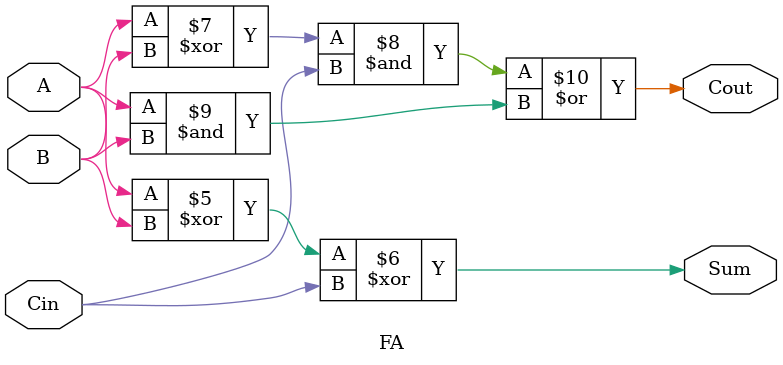
<source format=v>
module Wallace (A, B, Mul);

parameter N = 16;
input [N-1:0] A, B;
output [2*N-1:0] Mul;

reg  S1[31:0][N-1:0];
wire S2[31:0][N-1:0];
wire S3[31:0][N-1:0];
wire S4[31:0][N-1:0];
wire S5[31:0][N-1:0];
wire S6[31:0][N-1:0];
wire S7[31:0][N-1:0];
reg  S8[31:0][N-1:0];

integer i,j,k,m;

always @(*)		// Initialize the partial products 
begin
	for(i=0; i<N; i=i+1)
	begin
		
		for(j=0; j<N; j=j+1)
		begin
			S1[i][j] = A[i] & B[j];
		end
	end
end


// Stage 1				

assign S2[0][0] = S1[0][0];

HA H1(S1[1][0], S1[0][1], S2[1][0], S2[2][0]);

FA f1 (S1[0][2], S1[1][1], S1[2][0], S2[2][1], S2[3][0]);

FA f2 (S1[0][3], S1[1][2], S1[2][1], S2[3][1], S2[4][0]);
assign S2[3][2] = S1[3][0];

FA f3 (S1[0][4], S1[1][3], S1[2][2], S2[4][1], S2[5][0]);
assign S2[4][2] = S1[3][1];
assign S2[4][3] = S1[4][0];

FA f4 (S1[0][5], S1[1][4], S1[2][3], S2[5][1], S2[6][0]);
FA f5 (S1[3][2], S1[4][1], S1[5][0], S2[5][2], S2[6][1]);

FA f6 (S1[0][6], S1[1][5], S1[2][4], S2[6][2], S2[7][0]);
FA f7 (S1[3][3], S1[4][2], S1[5][1], S2[6][3], S2[7][1]);
assign S2[6][4] = S1[6][0];

FA f8 (S1[0][7], S1[1][6], S1[2][5], S2[7][2], S2[8][0]);
FA f9 (S1[3][4], S1[4][3], S1[5][2], S2[7][3], S2[8][1]);
assign S2[7][4] = S1[6][1];
assign S2[7][5] = S1[7][0];

FA f10 (S1[0][8], S1[1][7], S1[2][6], S2[8][2], S2[9][0]);
FA f11 (S1[3][5], S1[4][4], S1[5][3], S2[8][3], S2[9][1]);
FA f12 (S1[6][2], S1[7][1], S1[8][0], S2[8][4], S2[9][2]);

FA f13 (S1[0][9], S1[1][8], S1[2][7], S2[9][3], S2[10][0]);
FA f14 (S1[3][6], S1[4][5], S1[5][4], S2[9][4], S2[10][1]);
FA f15 (S1[6][3], S1[7][2], S1[8][1], S2[9][5], S2[10][2]);
assign S2[9][6] = S1[9][0];

FA f16 (S1[0][10], S1[1][9], S1[2][8], S2[10][3], S2[11][0]);
FA f17 (S1[3][7] , S1[4][6], S1[5][5], S2[10][4], S2[11][1]);
FA f18 (S1[6][4] , S1[7][3], S1[8][2], S2[10][5], S2[11][2]);
assign S2[10][6] = S1[9][1];
assign S2[10][7] = S1[10][0];

FA f19 (S1[0][11], S1[1][10], S1[2][9] , S2[11][3], S2[12][0]);
FA f20 (S1[3][8] , S1[4][7] , S1[5][6] , S2[11][4], S2[12][1]);
FA f21 (S1[6][5] , S1[7][4] , S1[8][3] , S2[11][5], S2[12][2]);
FA f22 (S1[9][2] , S1[10][1], S1[11][0], S2[11][6], S2[12][3]);

FA f23 (S1[0][12], S1[1][11], S1[2][10], S2[12][4], S2[13][0]);
FA f24 (S1[3][9] , S1[4][8] , S1[5][7] , S2[12][5], S2[13][1]);
FA f25 (S1[6][6] , S1[7][5] , S1[8][4] , S2[12][6], S2[13][2]);
FA f26 (S1[9][3] , S1[10][2], S1[11][1], S2[12][7], S2[13][3]);
assign S2[12][8] = S1[12][0];

FA f27 (S1[0][13], S1[1][12], S1[2][11], S2[13][4], S2[14][0]);
FA f28 (S1[3][10], S1[4][9] , S1[5][8] , S2[13][5], S2[14][1]);
FA f29 (S1[6][7] , S1[7][6] , S1[8][5] , S2[13][6], S2[14][2]);
FA f30 (S1[9][4] , S1[10][3], S1[11][2], S2[13][7], S2[14][3]);
assign S2[13][8] = S1[12][1];
assign S2[13][9] = S1[13][0];

FA f31 (S1[0][14], S1[1][13], S1[2][12], S2[14][4], S2[15][0]);
FA f32 (S1[3][11], S1[4][10], S1[5][9] , S2[14][5], S2[15][1]);
FA f33(S1[6][8] , S1[7][7] , S1[8][6] , S2[14][6], S2[15][2]);
FA f34 (S1[9][5] , S1[10][4], S1[11][3], S2[14][7], S2[15][3]);
FA f35 (S1[12][2], S1[13][1], S1[14][0], S2[14][8], S2[15][4]);

FA f36 (S1[0][15], S1[1][14], S1[2][13], S2[15][5], S2[16][0]);
FA f37 (S1[3][12], S1[4][11], S1[5][10], S2[15][6], S2[16][1]);
FA f38 (S1[6][9] , S1[7][8] , S1[8][7] , S2[15][7], S2[16][2]);
FA f39 (S1[9][6] , S1[10][5], S1[11][4], S2[15][8], S2[16][3]);
FA f40 (S1[12][3], S1[13][2], S1[14][1], S2[15][9], S2[16][4]);
assign S2[15][10] = S1[15][0];

FA f41 (S1[15][1], S1[14][2], S1[13][3], S2[16][5], S2[17][0]);
FA f42 (S1[12][4], S1[11][5], S1[10][6], S2[16][6], S2[17][1]);
FA f43 (S1[9][7] , S1[8][8] , S1[7][9] , S2[16][7], S2[17][2]);
FA f44 (S1[6][10], S1[5][11], S1[4][12], S2[16][8], S2[17][3]);
FA f45 (S1[3][13], S1[2][14], S1[1][15], S2[16][9], S2[17][4]);

FA f46 (S1[15][2], S1[14][3], S1[13][4], S2[17][5], S2[18][0]);
FA f47 (S1[12][5], S1[11][6], S1[10][7], S2[17][6], S2[18][1]);
FA f48 (S1[9][8] , S1[8][9] , S1[7][10], S2[17][7], S2[18][2]);
FA f49 (S1[6][11], S1[5][12], S1[4][13], S2[17][8], S2[18][3]);
assign S2[17][9]  = S1[3][14];
assign S2[17][10] = S1[2][15];

FA f50 (S1[15][3], S1[14][4], S1[13][5], S2[18][4], S2[19][0]);
FA f51 (S1[12][6], S1[11][7], S1[10][8], S2[18][5], S2[19][1]);
FA f52 (S1[9][9] , S1[8][10], S1[7][11], S2[18][6], S2[19][2]);
FA f53 (S1[6][12], S1[5][13], S1[4][14], S2[18][7], S2[19][3]);
assign S2[18][8] = S1[3][15];

FA f54 (S1[15][4], S1[14][5], S1[13][6], S2[19][4], S2[20][0]);
FA f55(S1[12][7], S1[11][8], S1[10][9], S2[19][5], S2[20][1]);
FA f56 (S1[9][10], S1[8][11], S1[7][12], S2[19][6], S2[20][2]);
FA f57 (S1[6][13], S1[5][14], S1[4][15], S2[19][7], S2[20][3]);

FA f58 (S1[15][5], S1[14][6], S1[13][7] , S2[20][4], S2[21][0]);
FA f59 (S1[12][8], S1[11][9], S1[10][10], S2[20][5], S2[21][1]);
FA f60 (S1[9][11], S1[8][12], S1[7][13] , S2[20][6], S2[21][2]);
assign S2[20][7] = S1[6][14];
assign S2[20][8] = S1[5][15];

FA f61 (S1[15][6], S1[14][7] , S1[13][8] , S2[21][3], S2[22][0]);
FA f62 (S1[12][9], S1[11][10], S1[10][11], S2[21][4], S2[22][1]);
FA f63 (S1[9][12], S1[8][13] , S1[7][14] , S2[21][5], S2[22][2]);
assign S2[21][6] = S1[6][15];

FA f64 (S1[15][7] , S1[14][8] , S1[13][9] , S2[22][3], S2[23][0]);
FA f65 (S1[12][10], S1[11][11], S1[10][12], S2[22][4], S2[23][1]);
FA f66 (S1[9][13] , S1[8][14] , S1[7][15] , S2[22][5], S2[23][2]);

FA f67 (S1[15][8] , S1[14][9] , S1[13][10], S2[23][3], S2[24][0]);
FA f68 (S1[12][11], S1[11][12], S1[10][13], S2[23][4], S2[24][1]);
assign S2[23][5] = S1[9][14];
assign S2[23][6] = S1[8][15];

FA f69 (S1[15][9] , S1[14][10], S1[13][11], S2[24][2], S2[25][0]);
FA f70 (S1[12][12], S1[11][13], S1[10][14], S2[24][3], S2[25][1]);
assign S2[24][4] = S1[9][15];

FA f71 (S1[15][10], S1[14][11], S1[13][12], S2[25][2], S2[26][0]);
FA f72 (S1[12][13], S1[11][14], S1[10][15], S2[25][3], S2[26][1]);

FA f73 (S1[15][11], S1[14][12], S1[13][13], S2[26][2], S2[27][0]);
assign S2[26][3] = S1[12][14];
assign S2[26][4] = S1[11][15];

FA f74 (S1[15][12], S1[14][13], S1[13][14], S2[27][1], S2[28][0]);
assign S2[27][2] = S1[12][15];

FA f75 (S1[15][13], S1[14][14], S1[13][15], S2[28][1], S2[29][0]);

assign S2[29][1] = S1[15][14];
assign S2[29][2] = S1[14][15];

assign S2[30][0] = S1[15][15];




// Stage 2				

assign S3[0][0] = S2[0][0];

assign S3[1][0] = S2[1][0];

HA H2 (S2[2][0], S2[2][1], S3[2][0], S3[3][0]);

FA f101 (S2[3][0], S2[3][1], S2[3][2], S3[3][1], S3[4][0]);

FA f102 (S2[4][0], S2[4][1], S2[4][2], S3[4][1], S3[5][0]);
assign S3[4][2] = S2[4][3];

FA f103(S2[5][0], S2[5][1], S2[5][2], S3[5][1], S3[6][0]);

FA f104 (S2[6][0], S2[6][1], S2[6][2], S3[6][1], S3[7][0]);
assign S3[6][2] = S2[6][3];
assign S3[6][3] = S2[6][4];

FA f105 (S2[7][0], S2[7][1], S2[7][2], S3[7][1], S3[8][0]);
FA f106 (S2[7][3], S2[7][4], S2[7][5], S3[7][2], S3[8][1]);

FA f107 (S2[8][0], S2[8][1], S2[8][2], S3[8][2], S3[9][0]);
assign S3[8][3] = S2[8][3];
assign S3[8][4] = S2[8][4];

FA f108 (S2[9][0], S2[9][1], S2[9][2], S3[9][1], S3[10][0]);
FA f109 (S2[9][3], S2[9][4], S2[9][5], S3[9][2], S3[10][1]);
assign S3[9][3] = S2[9][6]; 

FA f110 (S2[10][0], S2[10][1], S2[10][2], S3[10][2], S3[11][0]);
FA f111 (S2[10][3], S2[10][4], S2[10][5], S3[10][3], S3[11][1]);
assign S3[10][4] = S2[10][6];
assign S3[10][5] = S2[10][7];

FA f112 (S2[11][0], S2[11][1], S2[11][2], S3[11][2], S3[12][0]);
FA f113(S2[11][3], S2[11][4], S2[11][5], S3[11][3], S3[12][1]);
assign S3[11][4] = S2[11][6];

FA f114 (S2[12][0], S2[12][1], S2[12][2], S3[12][2], S3[13][0]);
FA f115 (S2[12][3], S2[12][4], S2[12][5], S3[12][3], S3[13][1]);
FA f116 (S2[12][6], S2[12][7], S2[12][8], S3[12][4], S3[13][2]);

FA f117 (S2[13][0], S2[13][1], S2[13][2], S3[13][3], S3[14][0]);
FA f118 (S2[13][3], S2[13][4], S2[13][5], S3[13][4], S3[14][1]);
FA f119 (S2[13][6], S2[13][7], S2[13][8], S3[13][5], S3[14][2]);
assign S3[13][6] = S2[13][9];

FA f120 (S2[14][0], S2[14][1], S2[14][2], S3[14][3], S3[15][0]);
FA f121 (S2[14][3], S2[14][4], S2[14][5], S3[14][4], S3[15][1]);
FA f122 (S2[14][6], S2[14][7], S2[14][8], S3[14][5], S3[15][2]);

FA f123 (S2[15][0], S2[15][1], S2[15][2], S3[15][3], S3[16][0]);
FA f124 (S2[15][3], S2[15][4], S2[15][5], S3[15][4], S3[16][1]);
FA f125 (S2[15][6], S2[15][7], S2[15][8], S3[15][5], S3[16][2]);
assign S3[15][6] = S2[15][9] ;
assign S3[15][7] = S2[15][10];

FA f126 (S2[16][0], S2[16][1], S2[16][2], S3[16][3], S3[17][0]);
FA f127 (S2[16][3], S2[16][4], S2[16][5], S3[16][4], S3[17][1]);
FA f128 (S2[16][6], S2[16][7], S2[16][8], S3[16][5], S3[17][2]);
assign S3[16][6] = S2[16][9] ;

FA f129 (S2[17][0], S2[17][1], S2[17][2], S3[17][3], S3[18][0]);
FA f130 (S2[17][3], S2[17][4], S2[17][5], S3[17][4], S3[18][1]);
FA f131 (S2[17][6], S2[17][7], S2[17][8], S3[17][5], S3[18][2]);
assign S3[17][6] = S2[17][9] ;
assign S3[17][7] = S2[17][10];

FA f132 (S2[18][0], S2[18][1], S2[18][2], S3[18][3], S3[19][0]);
FA f133 (S2[18][3], S2[18][4], S2[18][5], S3[18][4], S3[19][1]);
FA f134 (S2[18][6], S2[18][7], S2[18][8], S3[18][5], S3[19][2]);

FA f135 (S2[19][0], S2[19][1], S2[19][2], S3[19][3], S3[20][0]);
FA f136 (S2[19][3], S2[19][4], S2[19][5], S3[19][4], S3[20][1]);
assign S3[19][5] = S2[19][6];
assign S3[19][6] = S2[19][7];

FA f137 (S2[20][0], S2[20][1], S2[20][2], S3[20][2], S3[21][0]);
FA f138 (S2[20][3], S2[20][4], S2[20][5], S3[20][3], S3[21][1]);
FA f139 (S2[20][6], S2[20][7], S2[20][8], S3[20][4], S3[21][2]);

FA f140 (S2[21][0], S2[21][1], S2[21][2], S3[21][3], S3[22][0]);
FA f141 (S2[21][3], S2[21][4], S2[21][5], S3[21][4], S3[22][1]);
assign S3[21][5] = S2[21][6];

FA f142 (S2[22][0], S2[22][1], S2[22][2], S3[22][2], S3[23][0]);
FA f143 (S2[22][3], S2[22][4], S2[22][5], S3[22][3], S3[23][1]);

FA f144 (S2[23][0], S2[23][1], S2[23][2], S3[23][2], S3[24][0]);
FA f145 (S2[23][3], S2[23][4], S2[23][5], S3[23][3], S3[24][1]);
assign S3[23][4] = S2[23][6];

FA f146 (S2[24][0], S2[24][1], S2[24][2], S3[24][2], S3[25][0]);
assign S3[24][3] = S2[24][3];
assign S3[24][4] = S2[24][4];

FA f147 (S2[25][0], S2[25][1], S2[25][2], S3[25][1], S3[26][0]);
assign S3[25][2] = S2[25][3];

FA f148 (S2[26][0], S2[26][1], S2[26][2], S3[26][1], S3[27][0]);
assign S3[26][2] = S2[26][3];
assign S3[26][3] = S2[26][4];

FA f149 (S2[27][0], S2[27][1], S2[27][2], S3[27][1], S3[28][0]);

assign S3[28][1] = S2[28][0];
assign S3[28][2] = S2[28][1];

FA f150 (S2[29][0], S2[29][1], S2[29][2], S3[29][0], S3[30][0]);

assign S3[30][1] = S2[30][0];




// Stage 3				

assign S4[0][0] = S3[0][0];

assign S4[1][0] = S3[1][0];

assign S4[2][0] = S3[2][0];

HA H3 (S3[3][0], S3[3][1], S4[3][0], S4[4][0]);

FA f201 (S3[4][0], S3[4][1], S3[4][2], S4[4][1], S4[5][0]);

assign S4[5][1] = S3[5][0];
assign S4[5][2] = S3[5][1];

FA f202 (S3[6][0], S3[6][1], S3[6][2], S4[6][0], S4[7][0]);
assign S4[6][1] = S3[6][3];

FA f203 (S3[7][0], S3[7][1], S3[7][2], S4[7][1], S4[8][0]);

FA f204 (S3[8][0], S3[8][1], S3[8][2], S4[8][1], S4[9][0]);
assign S4[8][2] = S3[8][3];
assign S4[8][3] = S3[8][4];

FA f205 (S3[9][0], S3[9][1], S3[9][2], S4[9][1], S4[10][0]);
assign S4[9][2] = S3[9][3];

FA f206 (S3[10][0], S3[10][1], S3[10][2], S4[10][1], S4[11][0]);
FA f207 (S3[10][3], S3[10][4], S3[10][5], S4[10][2], S4[11][1]);

FA f208 (S3[11][0], S3[11][1], S3[11][2], S4[11][2], S4[12][0]);
assign S4[11][3] = S3[11][3];
assign S4[11][4] = S3[11][4];

FA f209 (S3[12][0], S3[12][1], S3[12][2], S4[12][1], S4[13][0]);
assign S4[12][2] = S3[12][3];
assign S4[12][3] = S3[12][4];

FA f210 (S3[13][0], S3[13][1], S3[13][2], S4[13][1], S4[14][0]);
FA f211 (S3[13][3], S3[13][4], S3[13][5], S4[13][2], S4[14][1]);
assign S4[13][3] = S3[13][6];

FA f212 (S3[14][0], S3[14][1], S3[14][2], S4[14][2], S4[15][0]);
FA f213 (S3[14][3], S3[14][4], S3[14][5], S4[14][3], S4[15][1]);

FA f214 (S3[15][0], S3[15][1], S3[15][2], S4[15][2], S4[16][0]);
FA f215 (S3[15][3], S3[15][4], S3[15][5], S4[15][3], S4[16][1]);
assign S4[15][4] = S3[15][6];
assign S4[15][5] = S3[15][7];

FA f216 (S3[16][0], S3[16][1], S3[16][2], S4[16][2], S4[17][0]);
FA f217 (S3[16][3], S3[16][4], S3[16][5], S4[16][3], S4[17][1]);
assign S4[16][4] = S3[16][6];

FA f218 (S3[17][0], S3[17][1], S3[17][2], S4[17][2], S4[18][0]);
FA f219 (S3[17][3], S3[17][4], S3[17][5], S4[17][3], S4[18][1]);
assign S4[17][4] = S3[17][6];
assign S4[17][5] = S3[17][7];

FA f220 (S3[18][0], S3[18][1], S3[18][2], S4[18][2], S4[19][0]);
FA f221 (S3[18][3], S3[18][4], S3[18][5], S4[18][3], S4[19][1]);

FA f222 (S3[19][0], S3[19][1], S3[19][2], S4[19][2], S4[20][0]);
FA f223 (S3[19][3], S3[19][4], S3[19][5], S4[19][3], S4[20][1]);
assign S4[19][4] = S3[19][6];

FA f224 (S3[20][0], S3[20][1], S3[20][2], S4[20][2], S4[21][0]);
assign S4[20][3] = S3[20][3];
assign S4[20][4] = S3[20][4];

FA f225 (S3[21][0], S3[21][1], S3[21][2], S4[21][1], S4[22][0]);
FA f226 (S3[21][3], S3[21][4], S3[21][5], S4[21][2], S4[22][1]);

FA f227 (S3[22][0], S3[22][1], S3[22][2], S4[22][2], S4[23][0]);
assign S4[22][3] = S3[22][3];

FA f228 (S3[23][0], S3[23][1], S3[23][2], S4[23][1], S4[24][0]);
assign S4[23][2] = S3[23][3];
assign S4[23][3] = S3[23][4];

FA f229 (S3[24][0], S3[24][1], S3[24][2], S4[24][1], S4[25][0]);
assign S4[24][2] = S3[24][3];
assign S4[24][3] = S3[24][4];

FA f230 (S3[25][0], S3[25][1], S3[25][2], S4[25][1], S4[26][0]);

FA f231 (S3[26][0], S3[26][1], S3[26][2], S4[26][1], S4[27][0]);
assign S4[26][2] = S3[26][3];

assign S4[27][1] = S3[27][0];
assign S4[27][2] = S3[27][1];

FA f232 (S3[28][0], S3[28][1], S3[28][2], S4[28][0], S4[29][0]);

assign S4[29][1] = S3[29][0];

assign S4[30][0] = S3[30][0];
assign S4[30][1] = S3[30][1];



// Stage 4				

assign S5[0][0] = S4[0][0];

assign S5[1][0] = S4[1][0];

assign S5[2][0] = S4[2][0];

assign S5[3][0] = S4[3][0];

HA H4 (S4[4][0], S4[4][1], S5[4][0], S5[5][0]);

FA f301 (S4[5][0], S4[5][1], S4[5][2], S5[5][1], S5[6][0]);

assign S5[6][1] = S4[6][0];
assign S5[6][2] = S4[6][1];

assign S5[7][0] = S4[7][0];
assign S5[7][1] = S4[7][1];

FA f302 (S4[8][0], S4[8][1], S4[8][2], S5[8][0], S5[9][0]);
assign S5[8][1] = S4[8][3];

FA f303 (S4[9][0], S4[9][1], S4[9][2], S5[9][1], S5[10][0]);

FA f304 (S4[10][0], S4[10][1], S4[10][2], S5[10][1], S5[11][0]);

FA f305 (S4[11][0], S4[11][1], S4[11][2], S5[11][1], S5[12][0]);
assign S5[11][2] = S4[11][3];
assign S5[11][3] = S4[11][4];

FA f306 (S4[12][0], S4[12][1], S4[12][2], S5[12][1], S5[13][0]);
assign S5[12][2] = S4[12][3];

FA f307 (S4[13][0], S4[13][1], S4[13][2], S5[13][1], S5[14][0]);
assign S5[13][2] = S4[13][3];

FA f308 (S4[14][0], S4[14][1], S4[14][2], S5[14][1], S5[15][0]);
assign S5[14][2] = S4[14][3];

FA f309 (S4[15][0], S4[15][1], S4[15][2], S5[15][1], S5[16][0]);
FA f310 (S4[15][3], S4[15][4], S4[15][5], S5[15][2], S5[16][1]);

FA f311 (S4[16][0], S4[16][1], S4[16][2], S5[16][2], S5[17][0]);
HA H5 (S4[16][3], S4[16][4], S5[16][3], S5[17][1]);

FA f312 (S4[17][0], S4[17][1], S4[17][2], S5[17][2], S5[18][0]);
FA f313 (S4[17][3], S4[17][4], S4[17][5], S5[17][3], S5[18][1]);

FA f314 (S4[18][0], S4[18][1], S4[18][2], S5[18][2], S5[19][0]);
assign S5[18][3] = S4[18][3];

FA f315 (S4[19][0], S4[19][1], S4[19][2], S5[19][1], S5[20][0]);
assign S5[19][2] = S4[19][3];
assign S5[19][3] = S4[19][4];

FA f316 (S4[20][0], S4[20][1], S4[20][2], S5[20][1], S5[21][0]);
assign S5[20][2] = S4[20][3];
assign S5[20][3] = S4[20][4];

FA f317 (S4[21][0], S4[21][1], S4[21][2], S5[21][1], S5[22][0]);

FA f318 (S4[22][0], S4[22][1], S4[22][2], S5[22][1], S5[23][0]);
assign S5[22][2] = S4[22][3];

FA f319 (S4[23][0], S4[23][1], S4[23][2], S5[23][1], S5[24][0]);
assign S5[23][2] = S4[23][3];

FA f320 (S4[24][0], S4[24][1], S4[24][2], S5[24][1], S5[25][0]);
assign S5[24][2] = S4[24][3];

assign S5[25][1] = S4[25][0];
assign S5[25][2] = S4[25][1];

FA f321 (S4[26][0], S4[26][1], S4[26][2], S5[26][0], S5[27][0]);

FA f322 (S4[27][0], S4[27][1], S4[27][2], S5[27][1], S5[28][0]);

assign S5[28][1] = S4[28][0];

assign S5[29][0] = S4[29][0];
assign S5[29][1] = S4[29][1];

assign S5[30][0] = S4[30][0];
assign S5[30][1] = S4[30][1];



// Stage 5				

assign S6[0][0] = S5[0][0];

assign S6[1][0] = S5[1][0];

assign S6[2][0] = S5[2][0];

assign S6[3][0] = S5[3][0];

assign S6[4][0] = S5[4][0];

HA H15 (S5[5][0], S5[5][1], S6[5][0], S6[6][0]);

FA f401 (S5[6][0], S5[6][1], S5[6][2], S6[6][1], S6[7][0]);

assign S6[7][1] = S5[7][0];
assign S6[7][2] = S5[7][1];

assign S6[8][0] = S5[8][0];
assign S6[8][1] = S5[8][1];

assign S6[9][0] = S5[9][0];
assign S6[9][1] = S5[9][1];

assign S6[10][0] = S5[10][0];
assign S6[10][1] = S5[10][1];

FA f402 (S5[11][0], S5[11][1], S5[11][2], S6[11][0], S6[12][0]);
assign S6[11][1] = S5[11][3];

FA f403 (S5[12][0], S5[12][1], S5[12][2], S6[12][1], S6[13][0]);

FA f404 (S5[13][0], S5[13][1], S5[13][2], S6[13][1], S6[14][0]);

FA f405 (S5[14][0], S5[14][1], S5[14][2], S6[14][1], S6[15][0]);

FA f406 (S5[15][0], S5[15][1], S5[15][2], S6[15][1], S6[16][0]);

FA f407 (S5[16][0], S5[16][1], S5[16][2], S6[16][1], S6[17][0]);
assign S6[16][2] = S5[16][3];

FA f408 (S5[17][0], S5[17][1], S5[17][2], S6[17][1], S6[18][0]);
assign S6[17][2] = S5[17][3];

FA f409 (S5[18][0], S5[18][1], S5[18][2], S6[18][1], S6[19][0]);
assign S6[18][2] = S5[18][3];

FA f410 (S5[19][0], S5[19][1], S5[19][2], S6[19][1], S6[20][0]);
assign S6[19][2] = S5[19][3];

FA f411 (S5[20][0], S5[20][1], S5[20][2], S6[20][1], S6[21][0]);
assign S6[20][2] = S5[20][3];

assign S6[21][1] = S5[21][0];
assign S6[21][2] = S5[21][1];

FA f412 (S5[22][0], S5[22][1], S5[22][2], S6[22][0], S6[23][0]);

FA f413 (S5[23][0], S5[23][1], S5[23][2], S6[23][1], S6[24][0]);

FA f414 (S5[24][0], S5[24][1], S5[24][2], S6[24][1], S6[25][0]);

FA f415 (S5[25][0], S5[25][1], S5[25][2], S6[25][1], S6[26][0]);

assign S6[26][1] = S5[26][0];

assign S6[27][0] = S5[27][0];
assign S6[27][1] = S5[27][1];

assign S6[28][0] = S5[28][0];
assign S6[28][1] = S5[28][1];

assign S6[29][0] = S5[29][0];
assign S6[29][1] = S5[29][1];

assign S6[30][0] = S5[30][0];
assign S6[30][1] = S5[30][1];



// Stage 5				

assign S7[0][0] = S6[0][0];

assign S7[1][0] = S6[1][0];

assign S7[2][0] = S6[2][0];

assign S7[3][0] = S6[3][0];

assign S7[4][0] = S6[4][0];

assign S7[5][0] = S6[5][0];

HA H6 (S6[6][0], S6[6][1], S7[6][0], S7[7][0]);

FA f501 (S6[7][0], S6[7][1], S6[7][2], S7[7][1], S7[8][0]);

HA H7 (S6[8][0], S6[8][1], S7[8][1], S7[9][0]);

HA H8 (S6[9][0], S6[9][1], S7[9][1], S7[10][0]);

HA H9 (S6[10][0], S6[10][1], S7[10][1], S7[11][0]);

HA H10 (S6[11][0], S6[11][1], S7[11][1], S7[12][0]);

HA H11 (S6[12][0], S6[12][1], S7[12][1], S7[13][0]);

HA H12 (S6[13][0], S6[13][1], S7[13][1], S7[14][0]);

HA H13 (S6[14][0], S6[14][1], S7[14][1], S7[15][0]);

HA H14 (S6[15][0], S6[15][1], S7[15][1], S7[16][0]);

FA f502 (S6[16][0], S6[16][1], S6[16][2], S7[16][1], S7[17][0]);

FA f503 (S6[17][0], S6[17][1], S6[17][2], S7[17][1], S7[18][0]);

FA f504 (S6[18][0], S6[18][1], S6[18][2], S7[18][1], S7[19][0]);

FA f505 (S6[19][0], S6[19][1], S6[19][2], S7[19][1], S7[20][0]);

FA f506 (S6[20][0], S6[20][1], S6[20][2], S7[20][1], S7[21][0]);

FA f507 (S6[21][0], S6[21][1], S6[21][2], S7[21][1], S7[22][0]);

assign S7[22][1] = S6[22][0];

assign S7[23][0] = S6[23][0];
assign S7[23][1] = S6[23][1];

assign S7[24][0] = S6[24][0];
assign S7[24][1] = S6[24][1];

assign S7[25][0] = S6[25][0];
assign S7[25][1] = S6[25][1];

assign S7[26][0] = S6[26][0];
assign S7[26][1] = S6[26][1];

assign S7[27][0] = S6[27][0];
assign S7[27][1] = S6[27][1];

assign S7[28][0] = S6[28][0];
assign S7[28][1] = S6[28][1];

assign S7[29][0] = S6[29][0];
assign S7[29][1] = S6[29][1];

assign S7[30][0] = S6[30][0];
assign S7[30][1] = S6[30][1];



// Stage 6				


always @(*)
begin
	for (k=0;k<7;k=k+1)
		S8[k][0] = S7[k][0];
end



always @(*) begin
	for (m=7;m<31;m=m+1)
	begin
		S8[m][0] = S7[m][0];
		S8[m][1] = S7[m][1];
	end
end


assign Mul[6:0] = {S8[6][0], S8[5][0], S8[4][0], S8[3][0], S8[2][0], S8[1][0], S8[0][0]};


RCA24 RC0 ({S8[30][0], S8[29][0], S8[28][0], S8[27][0], S8[26][0], S8[25][0], S8[24][0], S8[23][0], S8[22][0], S8[21][0], S8[20][0], S8[19][0], S8[18][0], S8[17][0], S8[16][0], S8[15][0], S8[14][0], S8[13][0], S8[12][0], S8[11][0], S8[10][0], S8[9][0], S8[8][0], S8[7][0]}, {S8[30][1], S8[29][1], S8[28][1], S8[27][1], S8[26][1], S8[25][1], S8[24][1], S8[23][1], S8[22][1], S8[21][1], S8[20][1], S8[19][1], S8[18][1], S8[17][1], S8[16][1], S8[15][1], S8[14][1], S8[13][1], S8[12][1], S8[11][1], S8[10][1], S8[9][1], S8[8][1], S8[7][1]}, Mul[30:7], Mul[31]);


endmodule




module RCA24 (A, B, Sum, Cout);
input [23:0] A, B;
output [23:0] Sum;
output Cout;
wire C;

RCA12 R1 (A[11:0] , B[11:0] , 1'b0, Sum[11:0] , C);
RCA12 R2 (A[23:12], B[23:12], C,    Sum[23:12], Cout);

endmodule

module RCA12 (A, B, Cin, Sum, Cout);
input [11:0] A, B;
input Cin;
output Cout;
output [11:0] Sum;

wire [10:0] C;

FA H959 (A[0], B[0], Cin , Sum[0], C[0]);
FA F960 (A[1], B[1], C[0], Sum[1], C[1]);
FA F961 (A[2], B[2], C[1], Sum[2], C[2]);
FA F962 (A[3], B[3], C[2], Sum[3], C[3]);
FA F963 (A[4], B[4], C[3], Sum[4], C[4]);
FA F964 (A[5], B[5], C[4], Sum[5], C[5]);
FA F965 (A[6], B[6], C[5], Sum[6], C[6]);
FA F966 (A[7], B[7], C[6], Sum[7], C[7]);
FA F967 (A[8], B[8], C[7], Sum[8], C[8]);
FA F968 (A[9], B[9], C[8], Sum[9], C[9]);

FA F969 (A[10], B[10], C[9] , Sum[10], C[10]);
FA F970 (A[11], B[11], C[10], Sum[11], Cout );
endmodule





module HA (A, B, Sum, Cout);
input A, B;
output Sum, Cout;

assign Sum = A ^ B;
assign Cout = A & B;

endmodule




module FA(A, B, Cin, Sum, Cout);
input A, B, Cin;
output Sum, Cout;

assign Sum = A ^ B ^ Cin;
assign Cout = ((A ^ B) & Cin) | (A & B);

endmodule
</source>
